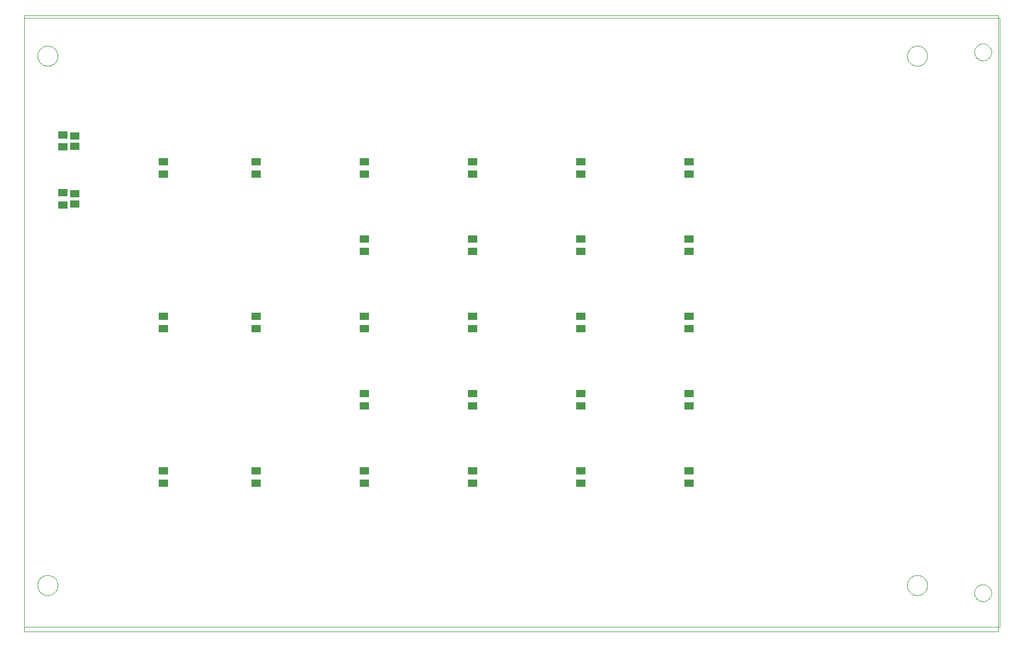
<source format=gbp>
G75*
G70*
%OFA0B0*%
%FSLAX24Y24*%
%IPPOS*%
%LPD*%
%AMOC8*
5,1,8,0,0,1.08239X$1,22.5*
%
%ADD10C,0.0000*%
%ADD11R,0.0591X0.0512*%
%ADD12R,0.0630X0.0512*%
D10*
X004848Y007120D02*
X004848Y046990D01*
X067840Y046990D01*
X067840Y007120D01*
X004848Y007120D01*
X004848Y007430D02*
X004848Y046810D01*
X067948Y046810D01*
X067948Y007430D01*
X004848Y007430D01*
X005698Y010120D02*
X005700Y010170D01*
X005706Y010220D01*
X005716Y010270D01*
X005729Y010318D01*
X005746Y010366D01*
X005767Y010412D01*
X005791Y010456D01*
X005819Y010498D01*
X005850Y010538D01*
X005884Y010575D01*
X005921Y010610D01*
X005960Y010641D01*
X006001Y010670D01*
X006045Y010695D01*
X006091Y010717D01*
X006138Y010735D01*
X006186Y010749D01*
X006235Y010760D01*
X006285Y010767D01*
X006335Y010770D01*
X006386Y010769D01*
X006436Y010764D01*
X006486Y010755D01*
X006534Y010743D01*
X006582Y010726D01*
X006628Y010706D01*
X006673Y010683D01*
X006716Y010656D01*
X006756Y010626D01*
X006794Y010593D01*
X006829Y010557D01*
X006862Y010518D01*
X006891Y010477D01*
X006917Y010434D01*
X006940Y010389D01*
X006959Y010342D01*
X006974Y010294D01*
X006986Y010245D01*
X006994Y010195D01*
X006998Y010145D01*
X006998Y010095D01*
X006994Y010045D01*
X006986Y009995D01*
X006974Y009946D01*
X006959Y009898D01*
X006940Y009851D01*
X006917Y009806D01*
X006891Y009763D01*
X006862Y009722D01*
X006829Y009683D01*
X006794Y009647D01*
X006756Y009614D01*
X006716Y009584D01*
X006673Y009557D01*
X006628Y009534D01*
X006582Y009514D01*
X006534Y009497D01*
X006486Y009485D01*
X006436Y009476D01*
X006386Y009471D01*
X006335Y009470D01*
X006285Y009473D01*
X006235Y009480D01*
X006186Y009491D01*
X006138Y009505D01*
X006091Y009523D01*
X006045Y009545D01*
X006001Y009570D01*
X005960Y009599D01*
X005921Y009630D01*
X005884Y009665D01*
X005850Y009702D01*
X005819Y009742D01*
X005791Y009784D01*
X005767Y009828D01*
X005746Y009874D01*
X005729Y009922D01*
X005716Y009970D01*
X005706Y010020D01*
X005700Y010070D01*
X005698Y010120D01*
X005698Y044370D02*
X005700Y044420D01*
X005706Y044470D01*
X005716Y044520D01*
X005729Y044568D01*
X005746Y044616D01*
X005767Y044662D01*
X005791Y044706D01*
X005819Y044748D01*
X005850Y044788D01*
X005884Y044825D01*
X005921Y044860D01*
X005960Y044891D01*
X006001Y044920D01*
X006045Y044945D01*
X006091Y044967D01*
X006138Y044985D01*
X006186Y044999D01*
X006235Y045010D01*
X006285Y045017D01*
X006335Y045020D01*
X006386Y045019D01*
X006436Y045014D01*
X006486Y045005D01*
X006534Y044993D01*
X006582Y044976D01*
X006628Y044956D01*
X006673Y044933D01*
X006716Y044906D01*
X006756Y044876D01*
X006794Y044843D01*
X006829Y044807D01*
X006862Y044768D01*
X006891Y044727D01*
X006917Y044684D01*
X006940Y044639D01*
X006959Y044592D01*
X006974Y044544D01*
X006986Y044495D01*
X006994Y044445D01*
X006998Y044395D01*
X006998Y044345D01*
X006994Y044295D01*
X006986Y044245D01*
X006974Y044196D01*
X006959Y044148D01*
X006940Y044101D01*
X006917Y044056D01*
X006891Y044013D01*
X006862Y043972D01*
X006829Y043933D01*
X006794Y043897D01*
X006756Y043864D01*
X006716Y043834D01*
X006673Y043807D01*
X006628Y043784D01*
X006582Y043764D01*
X006534Y043747D01*
X006486Y043735D01*
X006436Y043726D01*
X006386Y043721D01*
X006335Y043720D01*
X006285Y043723D01*
X006235Y043730D01*
X006186Y043741D01*
X006138Y043755D01*
X006091Y043773D01*
X006045Y043795D01*
X006001Y043820D01*
X005960Y043849D01*
X005921Y043880D01*
X005884Y043915D01*
X005850Y043952D01*
X005819Y043992D01*
X005791Y044034D01*
X005767Y044078D01*
X005746Y044124D01*
X005729Y044172D01*
X005716Y044220D01*
X005706Y044270D01*
X005700Y044320D01*
X005698Y044370D01*
X061948Y044370D02*
X061950Y044420D01*
X061956Y044470D01*
X061966Y044520D01*
X061979Y044568D01*
X061996Y044616D01*
X062017Y044662D01*
X062041Y044706D01*
X062069Y044748D01*
X062100Y044788D01*
X062134Y044825D01*
X062171Y044860D01*
X062210Y044891D01*
X062251Y044920D01*
X062295Y044945D01*
X062341Y044967D01*
X062388Y044985D01*
X062436Y044999D01*
X062485Y045010D01*
X062535Y045017D01*
X062585Y045020D01*
X062636Y045019D01*
X062686Y045014D01*
X062736Y045005D01*
X062784Y044993D01*
X062832Y044976D01*
X062878Y044956D01*
X062923Y044933D01*
X062966Y044906D01*
X063006Y044876D01*
X063044Y044843D01*
X063079Y044807D01*
X063112Y044768D01*
X063141Y044727D01*
X063167Y044684D01*
X063190Y044639D01*
X063209Y044592D01*
X063224Y044544D01*
X063236Y044495D01*
X063244Y044445D01*
X063248Y044395D01*
X063248Y044345D01*
X063244Y044295D01*
X063236Y044245D01*
X063224Y044196D01*
X063209Y044148D01*
X063190Y044101D01*
X063167Y044056D01*
X063141Y044013D01*
X063112Y043972D01*
X063079Y043933D01*
X063044Y043897D01*
X063006Y043864D01*
X062966Y043834D01*
X062923Y043807D01*
X062878Y043784D01*
X062832Y043764D01*
X062784Y043747D01*
X062736Y043735D01*
X062686Y043726D01*
X062636Y043721D01*
X062585Y043720D01*
X062535Y043723D01*
X062485Y043730D01*
X062436Y043741D01*
X062388Y043755D01*
X062341Y043773D01*
X062295Y043795D01*
X062251Y043820D01*
X062210Y043849D01*
X062171Y043880D01*
X062134Y043915D01*
X062100Y043952D01*
X062069Y043992D01*
X062041Y044034D01*
X062017Y044078D01*
X061996Y044124D01*
X061979Y044172D01*
X061966Y044220D01*
X061956Y044270D01*
X061950Y044320D01*
X061948Y044370D01*
X066298Y044620D02*
X066300Y044667D01*
X066306Y044713D01*
X066316Y044759D01*
X066329Y044803D01*
X066347Y044847D01*
X066368Y044888D01*
X066392Y044928D01*
X066420Y044966D01*
X066451Y045001D01*
X066485Y045033D01*
X066521Y045062D01*
X066560Y045088D01*
X066600Y045111D01*
X066643Y045130D01*
X066687Y045146D01*
X066732Y045158D01*
X066778Y045166D01*
X066825Y045170D01*
X066871Y045170D01*
X066918Y045166D01*
X066964Y045158D01*
X067009Y045146D01*
X067053Y045130D01*
X067096Y045111D01*
X067136Y045088D01*
X067175Y045062D01*
X067211Y045033D01*
X067245Y045001D01*
X067276Y044966D01*
X067304Y044928D01*
X067328Y044888D01*
X067349Y044847D01*
X067367Y044803D01*
X067380Y044759D01*
X067390Y044713D01*
X067396Y044667D01*
X067398Y044620D01*
X067396Y044573D01*
X067390Y044527D01*
X067380Y044481D01*
X067367Y044437D01*
X067349Y044393D01*
X067328Y044352D01*
X067304Y044312D01*
X067276Y044274D01*
X067245Y044239D01*
X067211Y044207D01*
X067175Y044178D01*
X067136Y044152D01*
X067096Y044129D01*
X067053Y044110D01*
X067009Y044094D01*
X066964Y044082D01*
X066918Y044074D01*
X066871Y044070D01*
X066825Y044070D01*
X066778Y044074D01*
X066732Y044082D01*
X066687Y044094D01*
X066643Y044110D01*
X066600Y044129D01*
X066560Y044152D01*
X066521Y044178D01*
X066485Y044207D01*
X066451Y044239D01*
X066420Y044274D01*
X066392Y044312D01*
X066368Y044352D01*
X066347Y044393D01*
X066329Y044437D01*
X066316Y044481D01*
X066306Y044527D01*
X066300Y044573D01*
X066298Y044620D01*
X061948Y010120D02*
X061950Y010170D01*
X061956Y010220D01*
X061966Y010270D01*
X061979Y010318D01*
X061996Y010366D01*
X062017Y010412D01*
X062041Y010456D01*
X062069Y010498D01*
X062100Y010538D01*
X062134Y010575D01*
X062171Y010610D01*
X062210Y010641D01*
X062251Y010670D01*
X062295Y010695D01*
X062341Y010717D01*
X062388Y010735D01*
X062436Y010749D01*
X062485Y010760D01*
X062535Y010767D01*
X062585Y010770D01*
X062636Y010769D01*
X062686Y010764D01*
X062736Y010755D01*
X062784Y010743D01*
X062832Y010726D01*
X062878Y010706D01*
X062923Y010683D01*
X062966Y010656D01*
X063006Y010626D01*
X063044Y010593D01*
X063079Y010557D01*
X063112Y010518D01*
X063141Y010477D01*
X063167Y010434D01*
X063190Y010389D01*
X063209Y010342D01*
X063224Y010294D01*
X063236Y010245D01*
X063244Y010195D01*
X063248Y010145D01*
X063248Y010095D01*
X063244Y010045D01*
X063236Y009995D01*
X063224Y009946D01*
X063209Y009898D01*
X063190Y009851D01*
X063167Y009806D01*
X063141Y009763D01*
X063112Y009722D01*
X063079Y009683D01*
X063044Y009647D01*
X063006Y009614D01*
X062966Y009584D01*
X062923Y009557D01*
X062878Y009534D01*
X062832Y009514D01*
X062784Y009497D01*
X062736Y009485D01*
X062686Y009476D01*
X062636Y009471D01*
X062585Y009470D01*
X062535Y009473D01*
X062485Y009480D01*
X062436Y009491D01*
X062388Y009505D01*
X062341Y009523D01*
X062295Y009545D01*
X062251Y009570D01*
X062210Y009599D01*
X062171Y009630D01*
X062134Y009665D01*
X062100Y009702D01*
X062069Y009742D01*
X062041Y009784D01*
X062017Y009828D01*
X061996Y009874D01*
X061979Y009922D01*
X061966Y009970D01*
X061956Y010020D01*
X061950Y010070D01*
X061948Y010120D01*
X066298Y009620D02*
X066300Y009667D01*
X066306Y009713D01*
X066316Y009759D01*
X066329Y009803D01*
X066347Y009847D01*
X066368Y009888D01*
X066392Y009928D01*
X066420Y009966D01*
X066451Y010001D01*
X066485Y010033D01*
X066521Y010062D01*
X066560Y010088D01*
X066600Y010111D01*
X066643Y010130D01*
X066687Y010146D01*
X066732Y010158D01*
X066778Y010166D01*
X066825Y010170D01*
X066871Y010170D01*
X066918Y010166D01*
X066964Y010158D01*
X067009Y010146D01*
X067053Y010130D01*
X067096Y010111D01*
X067136Y010088D01*
X067175Y010062D01*
X067211Y010033D01*
X067245Y010001D01*
X067276Y009966D01*
X067304Y009928D01*
X067328Y009888D01*
X067349Y009847D01*
X067367Y009803D01*
X067380Y009759D01*
X067390Y009713D01*
X067396Y009667D01*
X067398Y009620D01*
X067396Y009573D01*
X067390Y009527D01*
X067380Y009481D01*
X067367Y009437D01*
X067349Y009393D01*
X067328Y009352D01*
X067304Y009312D01*
X067276Y009274D01*
X067245Y009239D01*
X067211Y009207D01*
X067175Y009178D01*
X067136Y009152D01*
X067096Y009129D01*
X067053Y009110D01*
X067009Y009094D01*
X066964Y009082D01*
X066918Y009074D01*
X066871Y009070D01*
X066825Y009070D01*
X066778Y009074D01*
X066732Y009082D01*
X066687Y009094D01*
X066643Y009110D01*
X066600Y009129D01*
X066560Y009152D01*
X066521Y009178D01*
X066485Y009207D01*
X066451Y009239D01*
X066420Y009274D01*
X066392Y009312D01*
X066368Y009352D01*
X066347Y009393D01*
X066329Y009437D01*
X066316Y009481D01*
X066306Y009527D01*
X066300Y009573D01*
X066298Y009620D01*
D11*
X008098Y034785D03*
X008098Y035454D03*
X008098Y038535D03*
X008098Y039204D03*
D12*
X007348Y039263D03*
X007348Y038476D03*
X007348Y035513D03*
X007348Y034726D03*
X013848Y036726D03*
X013848Y037513D03*
X019848Y037513D03*
X019848Y036726D03*
X026848Y036726D03*
X026848Y037513D03*
X026848Y032513D03*
X026848Y031726D03*
X026848Y027513D03*
X026848Y026726D03*
X026848Y022513D03*
X026848Y021726D03*
X026848Y017513D03*
X026848Y016726D03*
X033848Y016726D03*
X033848Y017513D03*
X033848Y021726D03*
X033848Y022513D03*
X033848Y026726D03*
X033848Y027513D03*
X033848Y031726D03*
X033848Y032513D03*
X033848Y036726D03*
X033848Y037513D03*
X040848Y037513D03*
X040848Y036726D03*
X040848Y032513D03*
X040848Y031726D03*
X040848Y027513D03*
X040848Y026726D03*
X040848Y022513D03*
X040848Y021726D03*
X040848Y017513D03*
X040848Y016726D03*
X047848Y016726D03*
X047848Y017513D03*
X047848Y021726D03*
X047848Y022513D03*
X047848Y026726D03*
X047848Y027513D03*
X047848Y031726D03*
X047848Y032513D03*
X047848Y036726D03*
X047848Y037513D03*
X019848Y027513D03*
X019848Y026726D03*
X013848Y026726D03*
X013848Y027513D03*
X013848Y017513D03*
X013848Y016726D03*
X019848Y016726D03*
X019848Y017513D03*
M02*

</source>
